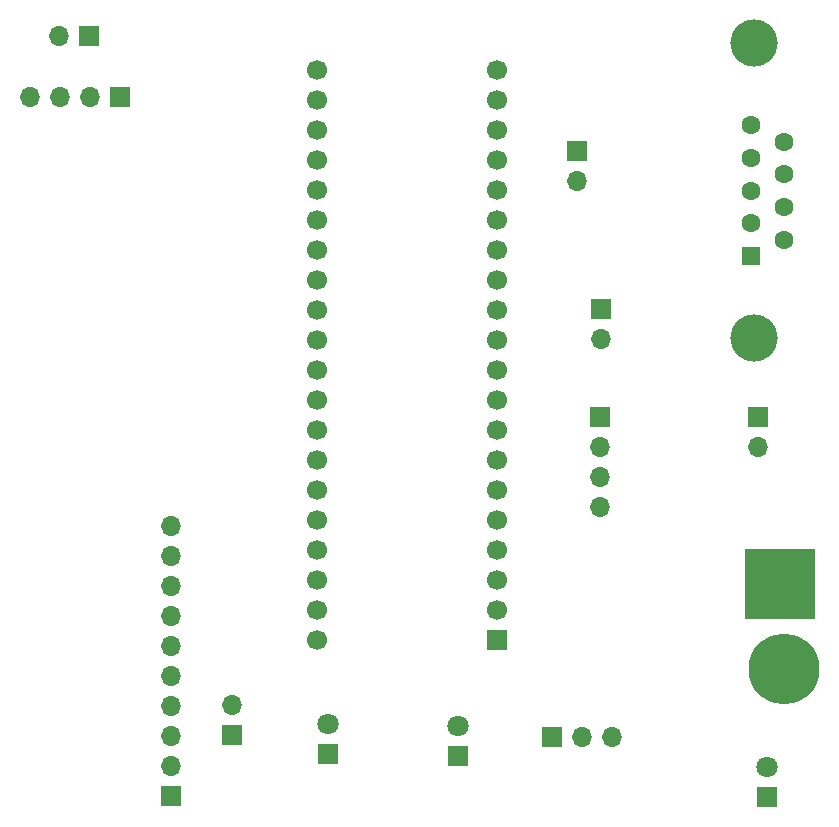
<source format=gbr>
%TF.GenerationSoftware,KiCad,Pcbnew,(6.0.6-0)*%
%TF.CreationDate,2022-07-18T23:44:10+05:30*%
%TF.ProjectId,GPS_INS_PCB,4750535f-494e-4535-9f50-43422e6b6963,rev?*%
%TF.SameCoordinates,Original*%
%TF.FileFunction,Soldermask,Bot*%
%TF.FilePolarity,Negative*%
%FSLAX46Y46*%
G04 Gerber Fmt 4.6, Leading zero omitted, Abs format (unit mm)*
G04 Created by KiCad (PCBNEW (6.0.6-0)) date 2022-07-18 23:44:10*
%MOMM*%
%LPD*%
G01*
G04 APERTURE LIST*
%ADD10R,1.800000X1.800000*%
%ADD11C,1.800000*%
%ADD12R,1.700000X1.700000*%
%ADD13O,1.700000X1.700000*%
%ADD14R,6.000000X6.000000*%
%ADD15C,6.000000*%
%ADD16C,1.700000*%
%ADD17C,4.000000*%
%ADD18R,1.600000X1.600000*%
%ADD19C,1.600000*%
G04 APERTURE END LIST*
D10*
%TO.C,D3*%
X174700000Y-106275000D03*
D11*
X174700000Y-103735000D03*
%TD*%
D12*
%TO.C,120R JP*%
X158600000Y-51625000D03*
D13*
X158600000Y-54165000D03*
%TD*%
D14*
%TO.C,Q1*%
X175800000Y-88237500D03*
D15*
X176105000Y-95437500D03*
%TD*%
D13*
%TO.C,J9*%
X129400000Y-98535000D03*
D12*
X129400000Y-101075000D03*
%TD*%
%TO.C,J8*%
X160600000Y-65025000D03*
D13*
X160600000Y-67565000D03*
%TD*%
D12*
%TO.C,J3*%
X173900000Y-74125000D03*
D13*
X173900000Y-76665000D03*
%TD*%
%TO.C,J2*%
X114735000Y-41900000D03*
D12*
X117275000Y-41900000D03*
%TD*%
%TO.C,J1*%
X156500000Y-101200000D03*
D13*
X159040000Y-101200000D03*
X161580000Y-101200000D03*
%TD*%
D10*
%TO.C,D2*%
X137500000Y-102700000D03*
D11*
X137500000Y-100160000D03*
%TD*%
D10*
%TO.C,D1*%
X148500000Y-102800000D03*
D11*
X148500000Y-100260000D03*
%TD*%
D16*
%TO.C,U2*%
X136600000Y-93000000D03*
D12*
X151840000Y-93000000D03*
D16*
X136600000Y-90460000D03*
X151840000Y-90460000D03*
X136600000Y-87920000D03*
X151840000Y-87920000D03*
X136600000Y-85380000D03*
X151840000Y-85380000D03*
X136600000Y-82840000D03*
X151840000Y-82840000D03*
X136600000Y-80300000D03*
X151840000Y-80300000D03*
X136600000Y-77760000D03*
X151840000Y-77760000D03*
X136600000Y-75220000D03*
X151840000Y-75220000D03*
X136600000Y-72680000D03*
X151840000Y-72680000D03*
X136600000Y-70140000D03*
X151840000Y-70140000D03*
X136600000Y-67600000D03*
X151840000Y-67600000D03*
X136600000Y-65060000D03*
X151840000Y-65060000D03*
X136600000Y-62520000D03*
X151840000Y-62520000D03*
X136600000Y-59980000D03*
X151840000Y-59980000D03*
X136600000Y-57440000D03*
X151840000Y-57440000D03*
X136600000Y-54900000D03*
X151840000Y-54900000D03*
X136600000Y-52360000D03*
X151840000Y-52360000D03*
X136600000Y-49820000D03*
X151840000Y-49820000D03*
X136600000Y-47280000D03*
X151840000Y-47280000D03*
X136600000Y-44740000D03*
X151840000Y-44740000D03*
%TD*%
D17*
%TO.C,J7*%
X173600000Y-67460000D03*
X173600000Y-42460000D03*
D18*
X173300000Y-60500000D03*
D19*
X173300000Y-57730000D03*
X173300000Y-54960000D03*
X173300000Y-52190000D03*
X173300000Y-49420000D03*
X176140000Y-59115000D03*
X176140000Y-56345000D03*
X176140000Y-53575000D03*
X176140000Y-50805000D03*
%TD*%
D13*
%TO.C,J6*%
X124175000Y-83340000D03*
X124175000Y-85880000D03*
X124175000Y-88420000D03*
X124175000Y-90960000D03*
X124175000Y-93500000D03*
X124175000Y-96040000D03*
X124175000Y-98580000D03*
X124175000Y-101120000D03*
X124175000Y-103660000D03*
D12*
X124175000Y-106200000D03*
%TD*%
%TO.C,J5*%
X119900000Y-47025000D03*
D13*
X117360000Y-47025000D03*
X114820000Y-47025000D03*
X112280000Y-47025000D03*
%TD*%
D12*
%TO.C,J4*%
X160525000Y-74100000D03*
D13*
X160525000Y-76640000D03*
X160525000Y-79180000D03*
X160525000Y-81720000D03*
%TD*%
M02*

</source>
